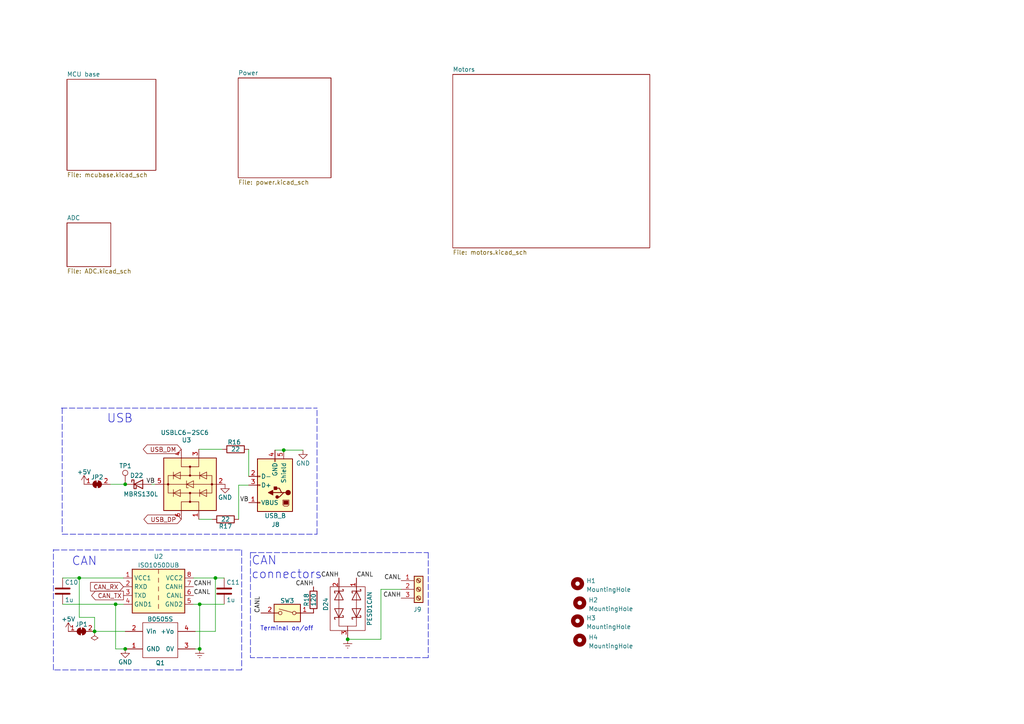
<source format=kicad_sch>
(kicad_sch (version 20211123) (generator eeschema)
  (paper "A4")
  (lib_symbols
    (symbol "Connector:Screw_Terminal_01x03" (pin_names (offset 1.016) hide)
      (property "Reference" "J" (at 0 5.08 0))
      (property "Value" "Screw_Terminal_01x03" (at 0 -5.08 0))
      (symbol "Screw_Terminal_01x03_1_1"
        (rectangle (start -1.27 3.81) (end 1.27 -3.81) (stroke (width 0.254)) (fill (type background)))
        (circle (center 0 -2.54) (radius 0.635) (stroke (width 0.1524)))
        (polyline (pts (xy -0.5334 -2.2098) (xy 0.3302 -3.048)) (stroke (width 0.1524)))
        (polyline (pts (xy -0.5334 0.3302) (xy 0.3302 -0.508)) (stroke (width 0.1524)))
        (polyline (pts (xy -0.5334 2.8702) (xy 0.3302 2.032)) (stroke (width 0.1524)))
        (polyline (pts (xy -0.3556 -2.032) (xy 0.508 -2.8702)) (stroke (width 0.1524)))
        (polyline (pts (xy -0.3556 0.508) (xy 0.508 -0.3302)) (stroke (width 0.1524)))
        (polyline (pts (xy -0.3556 3.048) (xy 0.508 2.2098)) (stroke (width 0.1524)))
        (circle (center 0 0) (radius 0.635) (stroke (width 0.1524)))
        (circle (center 0 2.54) (radius 0.635) (stroke (width 0.1524)))
        (pin passive line (at -5.08 2.54 0) (length 3.81) (name "Pin_1") (number "1"))
        (pin passive line (at -5.08 0 0) (length 3.81) (name "Pin_2") (number "2"))
        (pin passive line (at -5.08 -2.54 0) (length 3.81) (name "Pin_3") (number "3"))
      )
    )
    (symbol "Connector:TestPoint" (pin_numbers hide) (pin_names (offset 0.762) hide)
      (property "Reference" "TP" (at 0 6.858 0))
      (property "Value" "TestPoint" (at 0 5.08 0))
      (symbol "TestPoint_0_1"
        (circle (center 0 3.302) (radius 0.762))
      )
      (symbol "TestPoint_1_1"
        (pin passive line (at 0 0 90) (length 2.54) (name "1") (number "1"))
      )
    )
    (symbol "Connector:USB_B" (pin_names (offset 1.016))
      (property "Reference" "J" (at -5.08 11.43 0))
      (property "Value" "USB_B" (at -5.08 8.89 0))
      (symbol "USB_B_0_1"
        (rectangle (start -5.08 -7.62) (end 5.08 7.62) (stroke (width 0.254)) (fill (type background)))
        (circle (center -3.81 2.159) (radius 0.635) (stroke (width 0.254)) (fill (type outline)))
        (rectangle (start -3.81 5.588) (end -2.54 4.572) (fill (type outline)))
        (circle (center -0.635 3.429) (radius 0.381) (stroke (width 0.254)) (fill (type outline)))
        (rectangle (start -0.127 -7.62) (end 0.127 -6.858))
        (polyline (pts (xy -1.905 2.159) (xy 0.635 2.159)) (stroke (width 0.254)))
        (polyline (pts (xy -3.175 2.159) (xy -2.54 2.159) (xy -1.27 3.429) (xy -0.635 3.429)) (stroke (width 0.254)))
        (polyline (pts (xy -2.54 2.159) (xy -1.905 2.159) (xy -1.27 0.889) (xy 0 0.889)) (stroke (width 0.254)))
        (polyline (pts (xy 0.635 2.794) (xy 0.635 1.524) (xy 1.905 2.159) (xy 0.635 2.794)) (stroke (width 0.254)) (fill (type outline)))
        (polyline (pts (xy -4.064 4.318) (xy -2.286 4.318) (xy -2.286 5.715) (xy -2.667 6.096) (xy -3.683 6.096) (xy -4.064 5.715) (xy -4.064 4.318)))
        (rectangle (start 0.254 1.27) (end -0.508 0.508) (stroke (width 0.254)) (fill (type outline)))
        (rectangle (start 5.08 -2.667) (end 4.318 -2.413))
        (rectangle (start 5.08 -0.127) (end 4.318 0.127))
        (rectangle (start 5.08 4.953) (end 4.318 5.207))
      )
      (symbol "USB_B_1_1"
        (pin power_out line (at 7.62 5.08 180) (length 2.54) (name "VBUS") (number "1"))
        (pin bidirectional line (at 7.62 -2.54 180) (length 2.54) (name "D-") (number "2"))
        (pin bidirectional line (at 7.62 0 180) (length 2.54) (name "D+") (number "3"))
        (pin power_out line (at 0 -10.16 90) (length 2.54) (name "GND") (number "4"))
        (pin passive line (at -2.54 -10.16 90) (length 2.54) (name "Shield") (number "5"))
      )
    )
    (symbol "Device:D_Schottky" (pin_numbers hide) (pin_names (offset 1.016) hide)
      (property "Reference" "D" (at 0 2.54 0))
      (property "Value" "D_Schottky" (at 0 -2.54 0))
      (symbol "D_Schottky_0_1"
        (polyline (pts (xy 1.27 0) (xy -1.27 0)))
        (polyline (pts (xy 1.27 1.27) (xy 1.27 -1.27) (xy -1.27 0) (xy 1.27 1.27)) (stroke (width 0.254)))
        (polyline (pts (xy -1.905 0.635) (xy -1.905 1.27) (xy -1.27 1.27) (xy -1.27 -1.27) (xy -0.635 -1.27) (xy -0.635 -0.635)) (stroke (width 0.254)))
      )
      (symbol "D_Schottky_1_1"
        (pin passive line (at -3.81 0 0) (length 2.54) (name "K") (number "1"))
        (pin passive line (at 3.81 0 180) (length 2.54) (name "A") (number "2"))
      )
    )
    (symbol "Interface_CAN_LIN:ISO1050DUB"
      (property "Reference" "U" (at -6.35 6.35 0))
      (property "Value" "ISO1050DUB" (at 2.54 6.35 0))
      (symbol "ISO1050DUB_0_1"
        (rectangle (start -7.62 5.08) (end 7.62 -7.62) (stroke (width 0.254)) (fill (type background)))
        (polyline (pts (xy 0 -5.08) (xy 0 -6.35)))
        (polyline (pts (xy 0 -2.54) (xy 0 -3.81)))
        (polyline (pts (xy 0 0) (xy 0 -1.27)))
        (polyline (pts (xy 0 2.54) (xy 0 1.27)))
        (polyline (pts (xy 0 5.08) (xy 0 3.81)))
      )
      (symbol "ISO1050DUB_1_1"
        (pin power_in line (at -10.16 2.54 0) (length 2.54) (name "VCC1") (number "1"))
        (pin output line (at -10.16 0 0) (length 2.54) (name "RXD") (number "2"))
        (pin input line (at -10.16 -2.54 0) (length 2.54) (name "TXD") (number "3"))
        (pin power_in line (at -10.16 -5.08 0) (length 2.54) (name "GND1") (number "4"))
        (pin power_in line (at 10.16 -5.08 180) (length 2.54) (name "GND2") (number "5"))
        (pin bidirectional line (at 10.16 -2.54 180) (length 2.54) (name "CANL") (number "6"))
        (pin bidirectional line (at 10.16 0 180) (length 2.54) (name "CANH") (number "7"))
        (pin power_in line (at 10.16 2.54 180) (length 2.54) (name "VCC2") (number "8"))
      )
    )
    (symbol "Jumper:SolderJumper_2_Bridged" (pin_names (offset 0) hide)
      (property "Reference" "JP" (at 0 2.032 0))
      (property "Value" "SolderJumper_2_Bridged" (at 0 -2.54 0))
      (symbol "SolderJumper_2_Bridged_0_1"
        (rectangle (start -0.508 0.508) (end 0.508 -0.508) (fill (type outline)))
        (arc (start -0.254 1.016) (mid -1.27 0) (end -0.254 -1.016))
        (arc (start -0.254 1.016) (mid -1.27 0) (end -0.254 -1.016) (fill (type outline)))
        (polyline (pts (xy -0.254 1.016) (xy -0.254 -1.016)))
        (polyline (pts (xy 0.254 1.016) (xy 0.254 -1.016)))
        (arc (start 0.254 -1.016) (mid 1.27 0) (end 0.254 1.016))
        (arc (start 0.254 -1.016) (mid 1.27 0) (end 0.254 1.016) (fill (type outline)))
      )
      (symbol "SolderJumper_2_Bridged_1_1"
        (pin passive line (at -3.81 0 0) (length 2.54) (name "A") (number "1"))
        (pin passive line (at 3.81 0 180) (length 2.54) (name "B") (number "2"))
      )
    )
    (symbol "Mechanical:MountingHole" (pin_names (offset 1.016))
      (property "Reference" "H" (at 0 5.08 0))
      (property "Value" "MountingHole" (at 0 3.175 0))
      (symbol "MountingHole_0_1"
        (circle (center 0 0) (radius 1.27) (stroke (width 1.27)))
      )
    )
    (symbol "Power_Protection:USBLC6-2SC6" (pin_names hide)
      (property "Reference" "U" (at 2.54 8.89 0))
      (property "Value" "USBLC6-2SC6" (at 2.54 -8.89 0))
      (symbol "USBLC6-2SC6_0_1"
        (rectangle (start -7.62 -7.62) (end 7.62 7.62) (stroke (width 0.254)) (fill (type background)))
        (circle (center -5.08 0) (radius 0.254) (fill (type outline)))
        (circle (center -2.54 0) (radius 0.254) (fill (type outline)))
        (rectangle (start -2.54 6.35) (end 2.54 -6.35))
        (circle (center 0 -6.35) (radius 0.254) (fill (type outline)))
        (polyline (pts (xy -5.08 -2.54) (xy -7.62 -2.54)))
        (polyline (pts (xy -5.08 0) (xy -5.08 -2.54)))
        (polyline (pts (xy -5.08 2.54) (xy -7.62 2.54)))
        (polyline (pts (xy -1.524 -2.794) (xy -3.556 -2.794)))
        (polyline (pts (xy -1.524 4.826) (xy -3.556 4.826)))
        (polyline (pts (xy 0 -7.62) (xy 0 -6.35)))
        (polyline (pts (xy 0 -6.35) (xy 0 1.27)))
        (polyline (pts (xy 0 1.27) (xy 0 6.35)))
        (polyline (pts (xy 0 6.35) (xy 0 7.62)))
        (polyline (pts (xy 1.524 -2.794) (xy 3.556 -2.794)))
        (polyline (pts (xy 1.524 4.826) (xy 3.556 4.826)))
        (polyline (pts (xy 5.08 -2.54) (xy 7.62 -2.54)))
        (polyline (pts (xy 5.08 0) (xy 5.08 -2.54)))
        (polyline (pts (xy 5.08 2.54) (xy 7.62 2.54)))
        (polyline (pts (xy -2.54 0) (xy -5.08 0) (xy -5.08 2.54)))
        (polyline (pts (xy 2.54 0) (xy 5.08 0) (xy 5.08 2.54)))
        (polyline (pts (xy -3.556 -4.826) (xy -1.524 -4.826) (xy -2.54 -2.794) (xy -3.556 -4.826)))
        (polyline (pts (xy -3.556 2.794) (xy -1.524 2.794) (xy -2.54 4.826) (xy -3.556 2.794)))
        (polyline (pts (xy -1.016 -1.016) (xy 1.016 -1.016) (xy 0 1.016) (xy -1.016 -1.016)))
        (polyline (pts (xy 1.016 1.016) (xy 0.762 1.016) (xy -1.016 1.016) (xy -1.016 0.508)))
        (polyline (pts (xy 3.556 -4.826) (xy 1.524 -4.826) (xy 2.54 -2.794) (xy 3.556 -4.826)))
        (polyline (pts (xy 3.556 2.794) (xy 1.524 2.794) (xy 2.54 4.826) (xy 3.556 2.794)))
        (circle (center 0 6.35) (radius 0.254) (fill (type outline)))
        (circle (center 2.54 0) (radius 0.254) (fill (type outline)))
        (circle (center 5.08 0) (radius 0.254) (fill (type outline)))
      )
      (symbol "USBLC6-2SC6_1_1"
        (pin passive line (at -10.16 -2.54 0) (length 2.54) (name "I/O1") (number "1"))
        (pin passive line (at 0 -10.16 90) (length 2.54) (name "GND") (number "2"))
        (pin passive line (at 10.16 -2.54 180) (length 2.54) (name "I/O2") (number "3"))
        (pin passive line (at 10.16 2.54 180) (length 2.54) (name "I/O2") (number "4"))
        (pin passive line (at 0 10.16 270) (length 2.54) (name "VBUS") (number "5"))
        (pin passive line (at -10.16 2.54 0) (length 2.54) (name "I/O1") (number "6"))
      )
    )
    (symbol "Switch:SW_DIP_x01" (pin_names (offset 0) hide)
      (property "Reference" "SW" (at 0 3.81 0))
      (property "Value" "SW_DIP_x01" (at 0 -3.81 0))
      (symbol "SW_DIP_x01_0_0"
        (circle (center -2.032 0) (radius 0.508))
        (polyline (pts (xy -1.524 0.127) (xy 2.3622 1.1684)))
        (circle (center 2.032 0) (radius 0.508))
      )
      (symbol "SW_DIP_x01_0_1"
        (rectangle (start -3.81 2.54) (end 3.81 -2.54) (stroke (width 0.254)) (fill (type background)))
      )
      (symbol "SW_DIP_x01_1_1"
        (pin passive line (at -7.62 0 0) (length 5.08) (name "~") (number "1"))
        (pin passive line (at 7.62 0 180) (length 5.08) (name "~") (number "2"))
      )
    )
    (symbol "elements:B0505S" (pin_names (offset 1.016))
      (property "Reference" "Q?" (at 0 6.35 0))
      (property "Value" "B0505S" (at 0 -6.35 0))
      (symbol "B0505S_0_1"
        (rectangle (start -5.08 5.08) (end 5.08 -5.08))
      )
      (symbol "B0505S_1_1"
        (pin power_in line (at -10.16 -2.54 0) (length 5.08) (name "GND") (number "1"))
        (pin power_in line (at -10.16 2.54 0) (length 5.08) (name "Vin") (number "2"))
        (pin power_out line (at 10.16 -2.54 180) (length 5.08) (name "0V") (number "3"))
        (pin power_out line (at 10.16 2.54 180) (length 5.08) (name "+Vo") (number "4"))
      )
    )
    (symbol "elements:PESD1CAN" (pin_names (offset 0.762) hide)
      (property "Reference" "D" (at 0 -8.89 0))
      (property "Value" "PESD1CAN" (at 1.27 3.81 0))
      (symbol "PESD1CAN_0_1"
        (rectangle (start -5.08 2.54) (end 7.62 -7.62))
        (polyline (pts (xy -3.556 -5.08) (xy 3.81 -5.08)))
        (polyline (pts (xy -3.556 0) (xy 3.81 0)))
        (polyline (pts (xy -3.81 -3.81) (xy -3.81 -6.35) (xy -3.81 -6.35)) (stroke (width 0.2032)))
        (polyline (pts (xy -3.81 1.27) (xy -3.81 -1.27) (xy -3.81 -1.27)) (stroke (width 0.2032)))
        (polyline (pts (xy 3.81 -3.81) (xy 3.81 -6.35) (xy 3.81 -6.35)) (stroke (width 0.2032)))
        (polyline (pts (xy 3.81 1.27) (xy 3.81 -1.27) (xy 3.81 -1.27)) (stroke (width 0.2032)))
        (polyline (pts (xy -3.81 -3.81) (xy -4.318 -3.81) (xy -4.318 -4.064) (xy -4.318 -4.064)) (stroke (width 0.2032)))
        (polyline (pts (xy -3.81 1.27) (xy -4.318 1.27) (xy -4.318 1.016) (xy -4.318 1.016)) (stroke (width 0.2032)))
        (polyline (pts (xy 3.81 -6.35) (xy 4.318 -6.35) (xy 4.318 -6.096) (xy 4.318 -6.096)) (stroke (width 0.2032)))
        (polyline (pts (xy 3.81 -3.81) (xy 3.302 -3.81) (xy 3.302 -4.064) (xy 3.302 -4.064)) (stroke (width 0.2032)))
        (polyline (pts (xy 3.81 -1.27) (xy 4.318 -1.27) (xy 4.318 -1.016) (xy 4.318 -1.016)) (stroke (width 0.2032)))
        (polyline (pts (xy 3.81 0) (xy 6.35 0) (xy 6.35 -5.08) (xy 3.81 -5.08)))
        (polyline (pts (xy 3.81 1.27) (xy 3.302 1.27) (xy 3.302 1.016) (xy 3.302 1.016)) (stroke (width 0.2032)))
        (polyline (pts (xy -3.302 -6.096) (xy -3.302 -6.35) (xy -3.81 -6.35) (xy -3.81 -6.35) (xy -3.81 -6.35)) (stroke (width 0.2032)))
        (polyline (pts (xy -3.302 -1.016) (xy -3.302 -1.27) (xy -3.81 -1.27) (xy -3.81 -1.27) (xy -3.81 -1.27)) (stroke (width 0.2032)))
        (polyline (pts (xy -1.27 -6.35) (xy -3.81 -5.08) (xy -1.27 -3.81) (xy -1.27 -6.35) (xy -1.27 -6.35) (xy -1.27 -6.35)) (stroke (width 0.2032)))
        (polyline (pts (xy -1.27 -1.27) (xy -3.81 0) (xy -1.27 1.27) (xy -1.27 -1.27) (xy -1.27 -1.27) (xy -1.27 -1.27)) (stroke (width 0.2032)))
        (polyline (pts (xy 1.27 -3.81) (xy 3.81 -5.08) (xy 1.27 -6.35) (xy 1.27 -3.81) (xy 1.27 -3.81) (xy 1.27 -3.81)) (stroke (width 0.2032)))
        (polyline (pts (xy 1.27 1.27) (xy 3.81 0) (xy 1.27 -1.27) (xy 1.27 1.27) (xy 1.27 1.27) (xy 1.27 1.27)) (stroke (width 0.2032)))
        (pin passive line (at -7.62 0 0) (length 3.81) (name "K") (number "1"))
        (pin passive line (at -7.62 -5.08 0) (length 3.81) (name "K") (number "2"))
        (pin passive line (at 10.16 -2.54 180) (length 3.81) (name "O") (number "3"))
      )
    )
    (symbol "power:Earth" (power) (pin_names (offset 0))
      (symbol "Earth_0_1"
        (polyline (pts (xy -0.635 -1.905) (xy 0.635 -1.905)))
        (polyline (pts (xy -0.127 -2.54) (xy 0.127 -2.54)))
        (polyline (pts (xy 0 -1.27) (xy 0 0)))
        (polyline (pts (xy 1.27 -1.27) (xy -1.27 -1.27)))
      )
      (symbol "Earth_1_1"
        (pin power_in line (at 0 0 270) (length 0) hide (name "Earth") (number "1"))
      )
    )
    (symbol "power:GND" (power) (pin_names (offset 0))
      (property "Value" "GND" (at 0 -3.81 0))
      (symbol "GND_0_1"
        (polyline (pts (xy 0 0) (xy 0 -1.27) (xy 1.27 -1.27) (xy 0 -2.54) (xy -1.27 -1.27) (xy 0 -1.27)))
      )
      (symbol "GND_1_1"
        (pin power_in line (at 0 0 270) (length 0) hide (name "GND") (number "1"))
      )
    )
    (symbol "power:PWR_FLAG" (power) (pin_numbers hide) (pin_names (offset 0) hide)
      (property "Value" "PWR_FLAG" (at 0 3.81 0))
      (symbol "PWR_FLAG_0_0"
        (pin power_out line (at 0 0 90) (length 0) (name "pwr") (number "1"))
      )
      (symbol "PWR_FLAG_0_1"
        (polyline (pts (xy 0 0) (xy 0 1.27) (xy -1.016 1.905) (xy 0 2.54) (xy 1.016 1.905) (xy 0 1.27)))
      )
    )
    (symbol "stm32-rescue:+5V" (power) (pin_names (offset 0))
      (property "Value" "+5V" (at 0 3.556 0))
      (symbol "+5V_0_1"
        (polyline (pts (xy -0.762 1.27) (xy 0 2.54)))
        (polyline (pts (xy 0 0) (xy 0 2.54)))
        (polyline (pts (xy 0 2.54) (xy 0.762 1.27)))
      )
      (symbol "+5V_1_1"
        (pin power_in line (at 0 0 90) (length 0) hide (name "+5V") (number "1"))
      )
    )
    (symbol "stm32-rescue:C" (pin_numbers hide) (pin_names (offset 0.254))
      (property "Reference" "C" (at 0.635 2.54 0))
      (property "Value" "C" (at 0.635 -2.54 0))
      (symbol "C_0_1"
        (polyline (pts (xy -2.032 -0.762) (xy 2.032 -0.762)) (stroke (width 0.508)))
        (polyline (pts (xy -2.032 0.762) (xy 2.032 0.762)) (stroke (width 0.508)))
      )
      (symbol "C_1_1"
        (pin passive line (at 0 3.81 270) (length 2.794) (name "~") (number "1"))
        (pin passive line (at 0 -3.81 90) (length 2.794) (name "~") (number "2"))
      )
    )
    (symbol "stm32-rescue:R" (pin_numbers hide) (pin_names (offset 0))
      (property "Reference" "R" (at 2.032 0 90))
      (property "Value" "R" (at 0 0 90))
      (symbol "R_0_1"
        (rectangle (start -1.016 -2.54) (end 1.016 2.54) (stroke (width 0.254)))
      )
      (symbol "R_1_1"
        (pin passive line (at 0 3.81 270) (length 1.27) (name "~") (number "1"))
        (pin passive line (at 0 -3.81 90) (length 1.27) (name "~") (number "2"))
      )
    )
  )
  (junction (at 57.912 188.214))
  (junction (at 27.432 183.134))
  (junction (at 100.838 185.42))
  (junction (at 36.322 140.462))
  (junction (at 36.322 188.214))
  (junction (at 33.528 175.26))
  (junction (at 22.987 167.64))
  (junction (at 82.296 130.556))
  (junction (at 57.912 175.26))
  (junction (at 62.484 167.64))
  (wire (pts (xy 116.332 170.942) (xy 110.49 170.942)))
  (wire (pts (xy 22.987 167.64) (xy 22.987 179.07)))
  (wire (pts (xy 72.136 130.302) (xy 72.136 138.176)))
  (polyline (pts (xy 17.78 118.364) (xy 91.948 118.364)))
  (polyline (pts (xy 18.034 154.94) (xy 91.948 154.94)))
  (wire (pts (xy 57.912 175.26) (xy 57.912 188.214)))
  (wire (pts (xy 62.484 183.134) (xy 62.484 167.64)))
  (polyline (pts (xy 70.104 194.31) (xy 15.494 194.31)))
  (wire (pts (xy 62.484 167.64) (xy 65.024 167.64)))
  (wire (pts (xy 79.756 130.556) (xy 82.296 130.556)))
  (polyline (pts (xy 72.644 160.274) (xy 124.206 160.274)))
  (wire (pts (xy 36.322 188.214) (xy 33.528 188.214)))
  (wire (pts (xy 22.987 179.07) (xy 27.432 179.07)))
  (polyline (pts (xy 124.206 190.754) (xy 72.644 190.754)))
  (wire (pts (xy 18.161 175.26) (xy 33.528 175.26)))
  (wire (pts (xy 57.912 188.214) (xy 56.642 188.214)))
  (wire (pts (xy 65.024 175.26) (xy 57.912 175.26)))
  (polyline (pts (xy 18.034 118.364) (xy 18.034 154.94)))
  (polyline (pts (xy 15.494 159.512) (xy 70.104 159.512)))
  (wire (pts (xy 27.432 183.134) (xy 36.322 183.134)))
  (wire (pts (xy 33.528 175.26) (xy 35.814 175.26)))
  (wire (pts (xy 57.658 130.302) (xy 64.516 130.302)))
  (polyline (pts (xy 124.206 160.274) (xy 124.206 190.754)))
  (wire (pts (xy 22.987 167.64) (xy 35.814 167.64)))
  (polyline (pts (xy 15.494 194.31) (xy 15.494 159.385)))
  (wire (pts (xy 69.215 140.716) (xy 72.136 140.716)))
  (wire (pts (xy 56.134 175.26) (xy 57.912 175.26)))
  (wire (pts (xy 56.134 167.64) (xy 62.484 167.64)))
  (polyline (pts (xy 70.104 159.512) (xy 70.104 194.31)))
  (wire (pts (xy 82.296 130.556) (xy 87.884 130.556)))
  (wire (pts (xy 32.004 140.462) (xy 36.322 140.462)))
  (wire (pts (xy 56.642 183.134) (xy 62.484 183.134)))
  (wire (pts (xy 18.161 167.64) (xy 22.987 167.64)))
  (wire (pts (xy 110.49 170.942) (xy 110.49 185.42)))
  (wire (pts (xy 57.658 150.622) (xy 61.595 150.622)))
  (wire (pts (xy 33.528 188.214) (xy 33.528 175.26)))
  (wire (pts (xy 69.215 150.622) (xy 69.215 140.716)))
  (polyline (pts (xy 72.644 160.274) (xy 72.644 190.754)))
  (polyline (pts (xy 91.948 154.94) (xy 91.948 118.364)))
  (wire (pts (xy 100.838 185.42) (xy 110.49 185.42)))
  (wire (pts (xy 43.942 140.462) (xy 44.958 140.462)))
  (wire (pts (xy 27.432 179.07) (xy 27.432 183.134)))
  (text "Terminal on/off" (at 75.438 183.134 0) (effects (font (size 1.27 1.27)) (justify left bottom)))
  (text "USB" (at 38.608 122.936 180) (effects (font (size 2.4892 2.4892)) (justify right bottom)))
  (text "CAN\nconnectors" (at 72.898 168.148 0) (effects (font (size 2.4892 2.4892)) (justify left bottom)))
  (text "CAN" (at 28.194 164.338 180) (effects (font (size 2.4892 2.4892)) (justify right bottom)))
  (label "VB" (at 44.958 140.462 180))
  (label "CANH" (at 90.932 170.18 180))
  (label "CANH" (at 98.298 167.64 180))
  (label "CANL" (at 116.332 168.402 180))
  (label "CANL" (at 103.378 167.64 0))
  (label "VB" (at 72.136 145.796 180))
  (label "CANL" (at 75.692 177.8 90))
  (label "CANL" (at 56.134 172.72 0))
  (label "CANH" (at 116.332 173.482 180))
  (label "CANH" (at 56.134 170.18 0))
  (global_label "USB_DP" (shape bidirectional) (at 52.578 150.622 180) (property "Intersheet References" "${INTERSHEET_REFS}" (effects hide)))
  (global_label "CAN_TX" (shape output) (at 35.814 172.72 180) (property "Intersheet References" "${INTERSHEET_REFS}" (effects hide)))
  (global_label "USB_DM" (shape bidirectional) (at 52.578 130.302 180) (property "Intersheet References" "${INTERSHEET_REFS}" (effects hide)))
  (global_label "CAN_RX" (shape input) (at 35.814 170.18 180) (property "Intersheet References" "${INTERSHEET_REFS}" (effects hide)))
  (symbol (lib_id "Connector:USB_B") (at 79.756 140.716 180) (unit 1)
    (property "Reference" "J8" (at 78.74 152.146 0) (effects (justify right)))
    (property "Value" "USB_B" (at 76.708 149.606 0) (effects (justify right)))
    (property "Footprint" "Connector_USB:USB_B_OST_USB-B1HSxx_Horizontal" (effects hide))
    (property "Datasheet" " ~" (effects hide))
  )
  (symbol (lib_id "Mechanical:MountingHole") (at 168.148 174.879 0) (unit 1)
    (property "Reference" "H2" (at 170.688 174.0443 0) (effects (justify left)))
    (property "Value" "MountingHole" (at 170.688 176.5812 0) (effects (justify left)))
    (property "Footprint" "MountingHole:MountingHole_3.2mm_M3_DIN965_Pad" (effects hide))
  )
  (symbol (lib_id "power:PWR_FLAG") (at 27.432 183.134 180) (unit 1)
    (property "Reference" "#FLG0106" (effects hide))
    (property "Value" "PWR_FLAG" (effects hide))
  )
  (symbol (lib_id "power:GND") (at 36.322 188.214 0) (unit 1)
    (property "Reference" "#PWR019" (effects hide))
    (property "Value" "GND" (at 36.322 192.024 0))
  )
  (symbol (lib_id "Mechanical:MountingHole") (at 167.513 180.086 0) (unit 1)
    (property "Reference" "H3" (at 170.053 179.2513 0) (effects (justify left)))
    (property "Value" "MountingHole" (at 170.053 181.7882 0) (effects (justify left)))
    (property "Footprint" "MountingHole:MountingHole_3.2mm_M3_DIN965_Pad" (effects hide))
  )
  (symbol (lib_id "stm32-rescue:R") (at 90.932 173.99 180) (unit 1)
    (property "Reference" "R18" (at 88.9 173.99 90))
    (property "Value" "120" (at 90.932 173.99 90))
    (property "Footprint" "Resistor_SMD:R_1210_3225Metric_Pad1.30x2.65mm_HandSolder" (effects hide))
  )
  (symbol (lib_id "elements:PESD1CAN") (at 103.378 175.26 270) (unit 1)
    (property "Reference" "D24" (at 94.488 175.26 0))
    (property "Value" "PESD1CAN" (at 107.188 176.53 0))
    (property "Footprint" "Package_TO_SOT_SMD:SOT-23" (effects hide))
  )
  (symbol (lib_id "power:Earth") (at 100.838 185.42 0) (unit 1)
    (property "Reference" "#PWR023" (effects hide))
    (property "Value" "Earth" (effects hide))
  )
  (symbol (lib_id "stm32-rescue:C") (at 65.024 171.45 0) (unit 1)
    (property "Reference" "C11" (at 65.659 168.91 0) (effects (justify left)))
    (property "Value" "1u" (at 65.659 173.99 0) (effects (justify left)))
    (property "Footprint" "Capacitor_SMD:C_0603_1608Metric_Pad1.08x0.95mm_HandSolder" (effects hide))
  )
  (symbol (lib_id "stm32-rescue:R") (at 65.405 150.622 270) (unit 1)
    (property "Reference" "R17" (at 65.405 152.654 90))
    (property "Value" "22" (at 65.405 150.622 90))
    (property "Footprint" "Resistor_SMD:R_0603_1608Metric_Pad0.98x0.95mm_HandSolder" (effects hide))
  )
  (symbol (lib_id "Jumper:SolderJumper_2_Bridged") (at 28.194 140.462 0) (unit 1)
    (property "Reference" "JP2" (at 28.194 138.4102 0))
    (property "Value" "USB5V" (effects hide))
    (property "Footprint" "Jumper:SolderJumper-2_P1.3mm_Open_TrianglePad1.0x1.5mm" (effects hide))
  )
  (symbol (lib_id "stm32-rescue:R") (at 68.326 130.302 270) (unit 1)
    (property "Reference" "R16" (at 67.945 128.27 90))
    (property "Value" "22" (at 68.326 130.302 90))
    (property "Footprint" "Resistor_SMD:R_0603_1608Metric_Pad0.98x0.95mm_HandSolder" (effects hide))
  )
  (symbol (lib_id "Power_Protection:USBLC6-2SC6") (at 55.118 140.462 90) (unit 1)
    (property "Reference" "U3" (at 54.102 127.635 90))
    (property "Value" "USBLC6-2SC6" (at 53.594 125.476 90))
    (property "Footprint" "Package_TO_SOT_SMD:SOT-23-6" (effects hide))
    (property "Datasheet" "https://www.st.com/resource/en/datasheet/usblc6-2.pdf" (effects hide))
  )
  (symbol (lib_id "power:Earth") (at 57.912 188.214 0) (unit 1)
    (property "Reference" "#PWR020" (effects hide))
    (property "Value" "Earth" (effects hide))
  )
  (symbol (lib_id "Switch:SW_DIP_x01") (at 83.312 177.8 0) (mirror y) (unit 1)
    (property "Reference" "SW3" (at 83.312 174.244 0))
    (property "Value" "SW_DIP_x01" (effects hide))
    (property "Footprint" "Button_Switch_THT:SW_DIP_SPSTx01_Slide_6.7x4.1mm_W7.62mm_P2.54mm_LowProfile" (effects hide))
  )
  (symbol (lib_id "power:GND") (at 87.884 130.556 0) (unit 1)
    (property "Reference" "#PWR022" (effects hide))
    (property "Value" "GND" (at 87.884 134.366 0))
  )
  (symbol (lib_id "power:GND") (at 65.278 140.462 0) (unit 1)
    (property "Reference" "#PWR021" (effects hide))
    (property "Value" "GND" (at 65.278 144.272 0))
  )
  (symbol (lib_id "stm32-rescue:C") (at 18.161 171.45 0) (unit 1)
    (property "Reference" "C10" (at 18.796 168.91 0) (effects (justify left)))
    (property "Value" "1u" (at 18.796 173.99 0) (effects (justify left)))
    (property "Footprint" "Capacitor_SMD:C_0603_1608Metric_Pad1.08x0.95mm_HandSolder" (effects hide))
  )
  (symbol (lib_id "stm32-rescue:+5V") (at 24.384 140.462 0) (unit 1)
    (property "Reference" "#PWR016" (effects hide))
    (property "Value" "+5V" (at 24.384 136.906 0))
  )
  (symbol (lib_id "Connector:Screw_Terminal_01x03") (at 121.412 170.942 0) (unit 1)
    (property "Reference" "J9" (at 119.888 176.784 0) (effects (justify left)))
    (property "Value" "Screw_Terminal_01x03" (effects hide))
    (property "Footprint" "TerminalBlock_Phoenix:TerminalBlock_Phoenix_MKDS-1,5-3_1x03_P5.00mm_Horizontal" (effects hide))
  )
  (symbol (lib_id "Interface_CAN_LIN:ISO1050DUB") (at 45.974 170.18 0) (unit 1)
    (property "Reference" "U2" (at 45.974 161.4002 0))
    (property "Value" "ISO1050DUB" (at 45.974 163.9371 0))
    (property "Footprint" "Package_SO:SOP-8_6.62x9.15mm_P2.54mm" (effects hide))
    (property "Datasheet" "http://www.ti.com/lit/ds/symlink/iso1050.pdf" (effects hide))
  )
  (symbol (lib_id "stm32-rescue:+5V") (at 19.812 183.134 0) (unit 1)
    (property "Reference" "#PWR017" (effects hide))
    (property "Value" "+5V" (at 19.812 179.578 0))
  )
  (symbol (lib_id "Jumper:SolderJumper_2_Bridged") (at 23.622 183.134 0) (unit 1)
    (property "Reference" "JP1" (at 23.622 181.0822 0))
    (property "Value" "CAN" (effects hide))
    (property "Footprint" "Jumper:SolderJumper-2_P1.3mm_Open_TrianglePad1.0x1.5mm" (effects hide))
  )
  (symbol (lib_id "Device:D_Schottky") (at 40.132 140.462 0) (unit 1)
    (property "Reference" "D22" (at 39.624 137.922 0))
    (property "Value" "MBRS130L" (at 40.8432 143.3068 0))
    (property "Footprint" "Diode_SMD:D_SMB_Handsoldering" (effects hide))
  )
  (symbol (lib_id "Mechanical:MountingHole") (at 167.513 169.291 0) (unit 1)
    (property "Reference" "H1" (at 170.053 168.4563 0) (effects (justify left)))
    (property "Value" "MountingHole" (at 170.053 170.9932 0) (effects (justify left)))
    (property "Footprint" "MountingHole:MountingHole_3.2mm_M3_DIN965_Pad" (effects hide))
  )
  (symbol (lib_id "elements:B0505S") (at 46.482 185.674 0) (unit 1)
    (property "Reference" "Q1" (at 46.482 192.278 0))
    (property "Value" "B0505S" (at 46.482 179.578 0))
    (property "Footprint" "stepper:B0x0xS" (effects hide))
  )
  (symbol (lib_id "Mechanical:MountingHole") (at 168.148 185.674 0) (unit 1)
    (property "Reference" "H4" (at 170.688 184.8393 0) (effects (justify left)))
    (property "Value" "MountingHole" (at 170.688 187.3762 0) (effects (justify left)))
    (property "Footprint" "MountingHole:MountingHole_3.2mm_M3_DIN965_Pad" (effects hide))
  )
  (symbol (lib_id "Connector:TestPoint") (at 36.322 140.462 0) (unit 1)
    (property "Reference" "TP1" (at 34.544 135.128 0) (effects (justify left)))
    (property "Value" "5Vusb" (effects hide))
    (property "Footprint" "TestPoint:TestPoint_THTPad_1.5x1.5mm_Drill0.7mm" (effects hide))
  )
  (sheet (at 19.431 22.987) (size 25.781 26.416) (stroke (width 0.1524))
    (property "Sheet name" "MCU base" (at 19.431 22.2754 0) (effects (justify left bottom)))
    (property "Sheet file" "mcubase.kicad_sch" (at 19.431 49.9876 0) (effects (justify left top)))
  )
  (sheet (at 69.088 22.606) (size 26.924 28.956) (stroke (width 0.1524))
    (property "Sheet name" "Power" (at 69.088 21.8944 0) (effects (justify left bottom)))
    (property "Sheet file" "power.kicad_sch" (at 69.088 52.1466 0) (effects (justify left top)))
  )
  (sheet (at 19.431 64.643) (size 12.7 12.7) (stroke (width 0.1524))
    (property "Sheet name" "ADC" (at 19.431 63.9314 0) (effects (justify left bottom)))
    (property "Sheet file" "ADC.kicad_sch" (at 19.431 77.9276 0) (effects (justify left top)))
  )
  (sheet (at 131.318 21.59) (size 57.15 50.292) (stroke (width 0.1524))
    (property "Sheet name" "Motors" (at 131.318 20.8784 0) (effects (justify left bottom)))
    (property "Sheet file" "motors.kicad_sch" (at 131.318 72.4666 0) (effects (justify left top)))
  )
)
</source>
